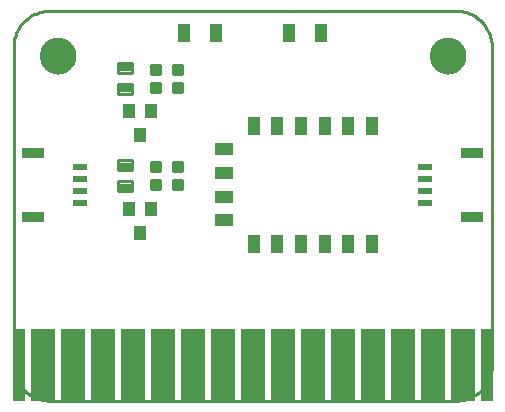
<source format=gts>
G75*
G70*
%OFA0B0*%
%FSLAX24Y24*%
%IPPOS*%
%LPD*%
%AMOC8*
5,1,8,0,0,1.08239X$1,22.5*
%
%ADD10C,0.0100*%
%ADD11R,0.0827X0.2402*%
%ADD12R,0.0434X0.2402*%
%ADD13C,0.0000*%
%ADD14C,0.1221*%
%ADD15R,0.0512X0.0237*%
%ADD16R,0.0749X0.0355*%
%ADD17R,0.0434X0.0631*%
%ADD18R,0.0631X0.0434*%
%ADD19R,0.0440X0.0490*%
%ADD20C,0.0098*%
%ADD21C,0.0110*%
%ADD22R,0.0394X0.0591*%
D10*
X000278Y001364D02*
X000278Y011956D01*
X000280Y012023D01*
X000286Y012090D01*
X000295Y012157D01*
X000308Y012223D01*
X000325Y012288D01*
X000345Y012352D01*
X000369Y012415D01*
X000397Y012477D01*
X000428Y012536D01*
X000462Y012594D01*
X000499Y012650D01*
X000540Y012704D01*
X000583Y012756D01*
X000629Y012805D01*
X000678Y012851D01*
X000730Y012894D01*
X000784Y012935D01*
X000840Y012972D01*
X000898Y013006D01*
X000957Y013037D01*
X001019Y013065D01*
X001082Y013089D01*
X001146Y013109D01*
X001211Y013126D01*
X001277Y013139D01*
X001344Y013148D01*
X001411Y013154D01*
X001478Y013156D01*
X015022Y013156D01*
X015089Y013154D01*
X015156Y013148D01*
X015223Y013139D01*
X015289Y013126D01*
X015354Y013109D01*
X015418Y013089D01*
X015481Y013065D01*
X015543Y013037D01*
X015602Y013006D01*
X015660Y012972D01*
X015716Y012935D01*
X015770Y012894D01*
X015822Y012851D01*
X015871Y012805D01*
X015917Y012756D01*
X015960Y012704D01*
X016001Y012650D01*
X016038Y012594D01*
X016072Y012536D01*
X016103Y012477D01*
X016131Y012415D01*
X016155Y012352D01*
X016175Y012288D01*
X016192Y012223D01*
X016205Y012157D01*
X016214Y012090D01*
X016220Y012023D01*
X016222Y011956D01*
X016222Y001364D01*
X016220Y001297D01*
X016214Y001230D01*
X016205Y001163D01*
X016192Y001097D01*
X016175Y001032D01*
X016155Y000968D01*
X016131Y000905D01*
X016103Y000843D01*
X016072Y000784D01*
X016038Y000726D01*
X016001Y000670D01*
X015960Y000616D01*
X015917Y000564D01*
X015871Y000515D01*
X015822Y000469D01*
X015770Y000426D01*
X015716Y000385D01*
X015660Y000348D01*
X015602Y000314D01*
X015543Y000283D01*
X015481Y000255D01*
X015418Y000231D01*
X015354Y000211D01*
X015289Y000194D01*
X015223Y000181D01*
X015156Y000172D01*
X015089Y000166D01*
X015022Y000164D01*
X001478Y000164D01*
X001411Y000166D01*
X001344Y000172D01*
X001277Y000181D01*
X001211Y000194D01*
X001146Y000211D01*
X001082Y000231D01*
X001019Y000255D01*
X000957Y000283D01*
X000898Y000314D01*
X000840Y000348D01*
X000784Y000385D01*
X000730Y000426D01*
X000678Y000469D01*
X000629Y000515D01*
X000583Y000564D01*
X000540Y000616D01*
X000499Y000670D01*
X000462Y000726D01*
X000428Y000784D01*
X000397Y000843D01*
X000369Y000905D01*
X000345Y000968D01*
X000325Y001032D01*
X000308Y001097D01*
X000295Y001163D01*
X000286Y001230D01*
X000280Y001297D01*
X000278Y001364D01*
D11*
X001250Y001348D03*
X002250Y001348D03*
X003250Y001348D03*
X004250Y001348D03*
X005250Y001348D03*
X006250Y001348D03*
X007250Y001348D03*
X008250Y001348D03*
X009250Y001348D03*
X010250Y001348D03*
X011250Y001348D03*
X012250Y001348D03*
X013250Y001348D03*
X014250Y001348D03*
X015250Y001348D03*
D12*
X016045Y001348D03*
X000455Y001348D03*
D13*
X001159Y011660D02*
X001161Y011708D01*
X001167Y011756D01*
X001177Y011803D01*
X001190Y011849D01*
X001208Y011894D01*
X001228Y011938D01*
X001253Y011980D01*
X001281Y012019D01*
X001311Y012056D01*
X001345Y012090D01*
X001382Y012122D01*
X001420Y012151D01*
X001461Y012176D01*
X001504Y012198D01*
X001549Y012216D01*
X001595Y012230D01*
X001642Y012241D01*
X001690Y012248D01*
X001738Y012251D01*
X001786Y012250D01*
X001834Y012245D01*
X001882Y012236D01*
X001928Y012224D01*
X001973Y012207D01*
X002017Y012187D01*
X002059Y012164D01*
X002099Y012137D01*
X002137Y012107D01*
X002172Y012074D01*
X002204Y012038D01*
X002234Y012000D01*
X002260Y011959D01*
X002282Y011916D01*
X002302Y011872D01*
X002317Y011827D01*
X002329Y011780D01*
X002337Y011732D01*
X002341Y011684D01*
X002341Y011636D01*
X002337Y011588D01*
X002329Y011540D01*
X002317Y011493D01*
X002302Y011448D01*
X002282Y011404D01*
X002260Y011361D01*
X002234Y011320D01*
X002204Y011282D01*
X002172Y011246D01*
X002137Y011213D01*
X002099Y011183D01*
X002059Y011156D01*
X002017Y011133D01*
X001973Y011113D01*
X001928Y011096D01*
X001882Y011084D01*
X001834Y011075D01*
X001786Y011070D01*
X001738Y011069D01*
X001690Y011072D01*
X001642Y011079D01*
X001595Y011090D01*
X001549Y011104D01*
X001504Y011122D01*
X001461Y011144D01*
X001420Y011169D01*
X001382Y011198D01*
X001345Y011230D01*
X001311Y011264D01*
X001281Y011301D01*
X001253Y011340D01*
X001228Y011382D01*
X001208Y011426D01*
X001190Y011471D01*
X001177Y011517D01*
X001167Y011564D01*
X001161Y011612D01*
X001159Y011660D01*
X014159Y011660D02*
X014161Y011708D01*
X014167Y011756D01*
X014177Y011803D01*
X014190Y011849D01*
X014208Y011894D01*
X014228Y011938D01*
X014253Y011980D01*
X014281Y012019D01*
X014311Y012056D01*
X014345Y012090D01*
X014382Y012122D01*
X014420Y012151D01*
X014461Y012176D01*
X014504Y012198D01*
X014549Y012216D01*
X014595Y012230D01*
X014642Y012241D01*
X014690Y012248D01*
X014738Y012251D01*
X014786Y012250D01*
X014834Y012245D01*
X014882Y012236D01*
X014928Y012224D01*
X014973Y012207D01*
X015017Y012187D01*
X015059Y012164D01*
X015099Y012137D01*
X015137Y012107D01*
X015172Y012074D01*
X015204Y012038D01*
X015234Y012000D01*
X015260Y011959D01*
X015282Y011916D01*
X015302Y011872D01*
X015317Y011827D01*
X015329Y011780D01*
X015337Y011732D01*
X015341Y011684D01*
X015341Y011636D01*
X015337Y011588D01*
X015329Y011540D01*
X015317Y011493D01*
X015302Y011448D01*
X015282Y011404D01*
X015260Y011361D01*
X015234Y011320D01*
X015204Y011282D01*
X015172Y011246D01*
X015137Y011213D01*
X015099Y011183D01*
X015059Y011156D01*
X015017Y011133D01*
X014973Y011113D01*
X014928Y011096D01*
X014882Y011084D01*
X014834Y011075D01*
X014786Y011070D01*
X014738Y011069D01*
X014690Y011072D01*
X014642Y011079D01*
X014595Y011090D01*
X014549Y011104D01*
X014504Y011122D01*
X014461Y011144D01*
X014420Y011169D01*
X014382Y011198D01*
X014345Y011230D01*
X014311Y011264D01*
X014281Y011301D01*
X014253Y011340D01*
X014228Y011382D01*
X014208Y011426D01*
X014190Y011471D01*
X014177Y011517D01*
X014167Y011564D01*
X014161Y011612D01*
X014159Y011660D01*
D14*
X014750Y011660D03*
X001750Y011660D03*
D15*
X002500Y007951D03*
X002500Y007557D03*
X002500Y007163D03*
X002500Y006769D03*
X014000Y006769D03*
X014000Y007163D03*
X014000Y007557D03*
X014000Y007951D03*
D16*
X015575Y008423D03*
X015575Y006297D03*
X000925Y006297D03*
X000925Y008423D03*
D17*
X008281Y009329D03*
X009069Y009329D03*
X009856Y009329D03*
X010644Y009329D03*
X011431Y009329D03*
X012219Y009329D03*
X012219Y005391D03*
X011431Y005391D03*
X010644Y005391D03*
X009856Y005391D03*
X009069Y005391D03*
X008281Y005391D03*
D18*
X007297Y006179D03*
X007297Y006966D03*
X007297Y007754D03*
X007297Y008541D03*
D19*
X004874Y009810D03*
X004126Y009810D03*
X004500Y009010D03*
X004126Y006560D03*
X004874Y006560D03*
X004500Y005760D03*
D20*
X005146Y007214D02*
X005146Y007506D01*
X005146Y007214D02*
X004854Y007214D01*
X004854Y007506D01*
X005146Y007506D01*
X005146Y007311D02*
X004854Y007311D01*
X004854Y007408D02*
X005146Y007408D01*
X005146Y007505D02*
X004854Y007505D01*
X005146Y007814D02*
X005146Y008106D01*
X005146Y007814D02*
X004854Y007814D01*
X004854Y008106D01*
X005146Y008106D01*
X005146Y007911D02*
X004854Y007911D01*
X004854Y008008D02*
X005146Y008008D01*
X005146Y008105D02*
X004854Y008105D01*
X005604Y008106D02*
X005604Y007814D01*
X005604Y008106D02*
X005896Y008106D01*
X005896Y007814D01*
X005604Y007814D01*
X005604Y007911D02*
X005896Y007911D01*
X005896Y008008D02*
X005604Y008008D01*
X005604Y008105D02*
X005896Y008105D01*
X005604Y007506D02*
X005604Y007214D01*
X005604Y007506D02*
X005896Y007506D01*
X005896Y007214D01*
X005604Y007214D01*
X005604Y007311D02*
X005896Y007311D01*
X005896Y007408D02*
X005604Y007408D01*
X005604Y007505D02*
X005896Y007505D01*
X005604Y010464D02*
X005604Y010756D01*
X005896Y010756D01*
X005896Y010464D01*
X005604Y010464D01*
X005604Y010561D02*
X005896Y010561D01*
X005896Y010658D02*
X005604Y010658D01*
X005604Y010755D02*
X005896Y010755D01*
X005604Y011064D02*
X005604Y011356D01*
X005896Y011356D01*
X005896Y011064D01*
X005604Y011064D01*
X005604Y011161D02*
X005896Y011161D01*
X005896Y011258D02*
X005604Y011258D01*
X005604Y011355D02*
X005896Y011355D01*
X005146Y011356D02*
X005146Y011064D01*
X004854Y011064D01*
X004854Y011356D01*
X005146Y011356D01*
X005146Y011161D02*
X004854Y011161D01*
X004854Y011258D02*
X005146Y011258D01*
X005146Y011355D02*
X004854Y011355D01*
X005146Y010756D02*
X005146Y010464D01*
X004854Y010464D01*
X004854Y010756D01*
X005146Y010756D01*
X005146Y010561D02*
X004854Y010561D01*
X004854Y010658D02*
X005146Y010658D01*
X005146Y010755D02*
X004854Y010755D01*
D21*
X004240Y010725D02*
X004240Y010395D01*
X003760Y010395D01*
X003760Y010725D01*
X004240Y010725D01*
X004240Y010504D02*
X003760Y010504D01*
X003760Y010613D02*
X004240Y010613D01*
X004240Y010722D02*
X003760Y010722D01*
X004240Y011095D02*
X004240Y011425D01*
X004240Y011095D02*
X003760Y011095D01*
X003760Y011425D01*
X004240Y011425D01*
X004240Y011204D02*
X003760Y011204D01*
X003760Y011313D02*
X004240Y011313D01*
X004240Y011422D02*
X003760Y011422D01*
X004240Y008175D02*
X004240Y007845D01*
X003760Y007845D01*
X003760Y008175D01*
X004240Y008175D01*
X004240Y007954D02*
X003760Y007954D01*
X003760Y008063D02*
X004240Y008063D01*
X004240Y008172D02*
X003760Y008172D01*
X004240Y007475D02*
X004240Y007145D01*
X003760Y007145D01*
X003760Y007475D01*
X004240Y007475D01*
X004240Y007254D02*
X003760Y007254D01*
X003760Y007363D02*
X004240Y007363D01*
X004240Y007472D02*
X003760Y007472D01*
D22*
X005969Y012410D03*
X007031Y012410D03*
X009469Y012410D03*
X010531Y012410D03*
M02*

</source>
